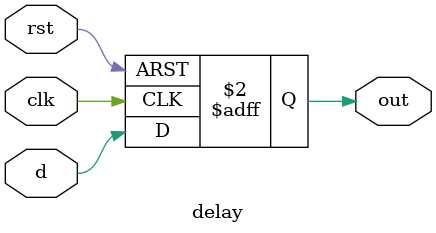
<source format=v>
module delay #(

	parameter D = 1

)(

	input clk,
	input rst,
	input d,

	output reg out
);
	
always @(posedge clk or posedge rst) begin

	if (rst) out <= 0;
	
	else out <= d;
	
end


endmodule

</source>
